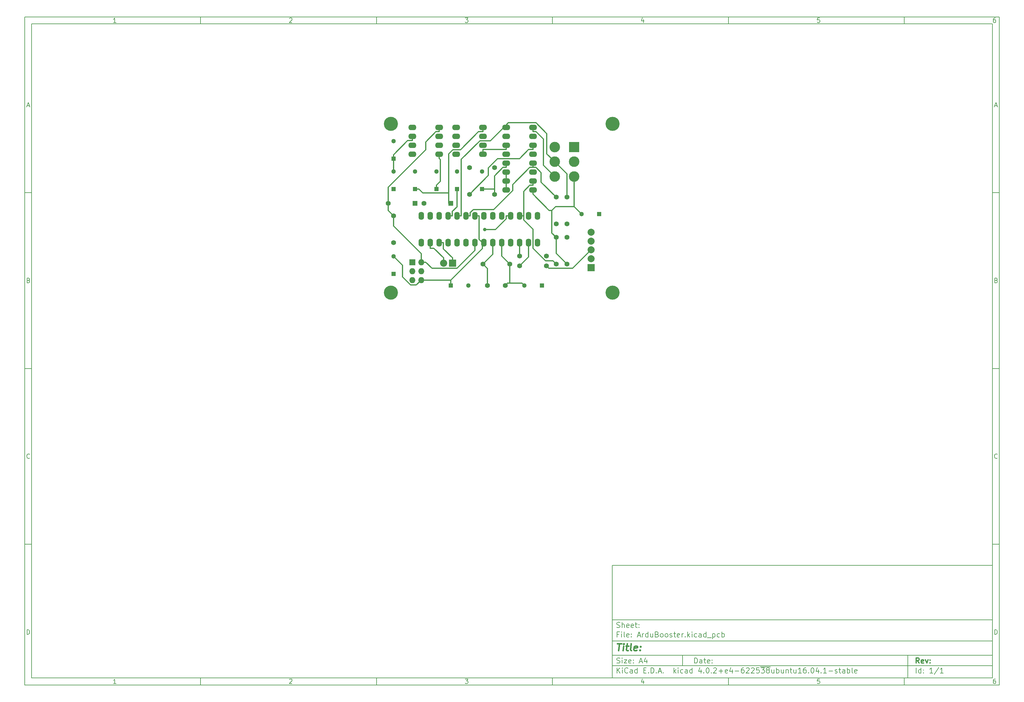
<source format=gbl>
G04 #@! TF.FileFunction,Copper,L2,Bot,Signal*
%FSLAX46Y46*%
G04 Gerber Fmt 4.6, Leading zero omitted, Abs format (unit mm)*
G04 Created by KiCad (PCBNEW 4.0.2+e4-6225~38~ubuntu16.04.1-stable) date Sex 26 Ago 2016 11:34:32 BRT*
%MOMM*%
G01*
G04 APERTURE LIST*
%ADD10C,0.100000*%
%ADD11C,0.150000*%
%ADD12C,0.300000*%
%ADD13C,0.400000*%
%ADD14C,4.000000*%
%ADD15O,2.300000X1.600000*%
%ADD16R,1.300000X1.300000*%
%ADD17C,1.300000*%
%ADD18R,1.397000X1.397000*%
%ADD19C,1.397000*%
%ADD20O,1.600000X2.300000*%
%ADD21R,1.727200X1.727200*%
%ADD22O,1.727200X1.727200*%
%ADD23R,2.032000X2.032000*%
%ADD24O,2.032000X2.032000*%
%ADD25R,2.000000X2.000000*%
%ADD26C,2.000000*%
%ADD27R,3.000000X3.000000*%
%ADD28C,3.000000*%
%ADD29C,1.422400*%
%ADD30C,1.000000*%
G04 APERTURE END LIST*
D10*
D11*
X177002200Y-166007200D02*
X177002200Y-198007200D01*
X285002200Y-198007200D01*
X285002200Y-166007200D01*
X177002200Y-166007200D01*
D10*
D11*
X10000000Y-10000000D02*
X10000000Y-200007200D01*
X287002200Y-200007200D01*
X287002200Y-10000000D01*
X10000000Y-10000000D01*
D10*
D11*
X12000000Y-12000000D02*
X12000000Y-198007200D01*
X285002200Y-198007200D01*
X285002200Y-12000000D01*
X12000000Y-12000000D01*
D10*
D11*
X60000000Y-12000000D02*
X60000000Y-10000000D01*
D10*
D11*
X110000000Y-12000000D02*
X110000000Y-10000000D01*
D10*
D11*
X160000000Y-12000000D02*
X160000000Y-10000000D01*
D10*
D11*
X210000000Y-12000000D02*
X210000000Y-10000000D01*
D10*
D11*
X260000000Y-12000000D02*
X260000000Y-10000000D01*
D10*
D11*
X35990476Y-11588095D02*
X35247619Y-11588095D01*
X35619048Y-11588095D02*
X35619048Y-10288095D01*
X35495238Y-10473810D01*
X35371429Y-10597619D01*
X35247619Y-10659524D01*
D10*
D11*
X85247619Y-10411905D02*
X85309524Y-10350000D01*
X85433333Y-10288095D01*
X85742857Y-10288095D01*
X85866667Y-10350000D01*
X85928571Y-10411905D01*
X85990476Y-10535714D01*
X85990476Y-10659524D01*
X85928571Y-10845238D01*
X85185714Y-11588095D01*
X85990476Y-11588095D01*
D10*
D11*
X135185714Y-10288095D02*
X135990476Y-10288095D01*
X135557143Y-10783333D01*
X135742857Y-10783333D01*
X135866667Y-10845238D01*
X135928571Y-10907143D01*
X135990476Y-11030952D01*
X135990476Y-11340476D01*
X135928571Y-11464286D01*
X135866667Y-11526190D01*
X135742857Y-11588095D01*
X135371429Y-11588095D01*
X135247619Y-11526190D01*
X135185714Y-11464286D01*
D10*
D11*
X185866667Y-10721429D02*
X185866667Y-11588095D01*
X185557143Y-10226190D02*
X185247619Y-11154762D01*
X186052381Y-11154762D01*
D10*
D11*
X235928571Y-10288095D02*
X235309524Y-10288095D01*
X235247619Y-10907143D01*
X235309524Y-10845238D01*
X235433333Y-10783333D01*
X235742857Y-10783333D01*
X235866667Y-10845238D01*
X235928571Y-10907143D01*
X235990476Y-11030952D01*
X235990476Y-11340476D01*
X235928571Y-11464286D01*
X235866667Y-11526190D01*
X235742857Y-11588095D01*
X235433333Y-11588095D01*
X235309524Y-11526190D01*
X235247619Y-11464286D01*
D10*
D11*
X285866667Y-10288095D02*
X285619048Y-10288095D01*
X285495238Y-10350000D01*
X285433333Y-10411905D01*
X285309524Y-10597619D01*
X285247619Y-10845238D01*
X285247619Y-11340476D01*
X285309524Y-11464286D01*
X285371429Y-11526190D01*
X285495238Y-11588095D01*
X285742857Y-11588095D01*
X285866667Y-11526190D01*
X285928571Y-11464286D01*
X285990476Y-11340476D01*
X285990476Y-11030952D01*
X285928571Y-10907143D01*
X285866667Y-10845238D01*
X285742857Y-10783333D01*
X285495238Y-10783333D01*
X285371429Y-10845238D01*
X285309524Y-10907143D01*
X285247619Y-11030952D01*
D10*
D11*
X60000000Y-198007200D02*
X60000000Y-200007200D01*
D10*
D11*
X110000000Y-198007200D02*
X110000000Y-200007200D01*
D10*
D11*
X160000000Y-198007200D02*
X160000000Y-200007200D01*
D10*
D11*
X210000000Y-198007200D02*
X210000000Y-200007200D01*
D10*
D11*
X260000000Y-198007200D02*
X260000000Y-200007200D01*
D10*
D11*
X35990476Y-199595295D02*
X35247619Y-199595295D01*
X35619048Y-199595295D02*
X35619048Y-198295295D01*
X35495238Y-198481010D01*
X35371429Y-198604819D01*
X35247619Y-198666724D01*
D10*
D11*
X85247619Y-198419105D02*
X85309524Y-198357200D01*
X85433333Y-198295295D01*
X85742857Y-198295295D01*
X85866667Y-198357200D01*
X85928571Y-198419105D01*
X85990476Y-198542914D01*
X85990476Y-198666724D01*
X85928571Y-198852438D01*
X85185714Y-199595295D01*
X85990476Y-199595295D01*
D10*
D11*
X135185714Y-198295295D02*
X135990476Y-198295295D01*
X135557143Y-198790533D01*
X135742857Y-198790533D01*
X135866667Y-198852438D01*
X135928571Y-198914343D01*
X135990476Y-199038152D01*
X135990476Y-199347676D01*
X135928571Y-199471486D01*
X135866667Y-199533390D01*
X135742857Y-199595295D01*
X135371429Y-199595295D01*
X135247619Y-199533390D01*
X135185714Y-199471486D01*
D10*
D11*
X185866667Y-198728629D02*
X185866667Y-199595295D01*
X185557143Y-198233390D02*
X185247619Y-199161962D01*
X186052381Y-199161962D01*
D10*
D11*
X235928571Y-198295295D02*
X235309524Y-198295295D01*
X235247619Y-198914343D01*
X235309524Y-198852438D01*
X235433333Y-198790533D01*
X235742857Y-198790533D01*
X235866667Y-198852438D01*
X235928571Y-198914343D01*
X235990476Y-199038152D01*
X235990476Y-199347676D01*
X235928571Y-199471486D01*
X235866667Y-199533390D01*
X235742857Y-199595295D01*
X235433333Y-199595295D01*
X235309524Y-199533390D01*
X235247619Y-199471486D01*
D10*
D11*
X285866667Y-198295295D02*
X285619048Y-198295295D01*
X285495238Y-198357200D01*
X285433333Y-198419105D01*
X285309524Y-198604819D01*
X285247619Y-198852438D01*
X285247619Y-199347676D01*
X285309524Y-199471486D01*
X285371429Y-199533390D01*
X285495238Y-199595295D01*
X285742857Y-199595295D01*
X285866667Y-199533390D01*
X285928571Y-199471486D01*
X285990476Y-199347676D01*
X285990476Y-199038152D01*
X285928571Y-198914343D01*
X285866667Y-198852438D01*
X285742857Y-198790533D01*
X285495238Y-198790533D01*
X285371429Y-198852438D01*
X285309524Y-198914343D01*
X285247619Y-199038152D01*
D10*
D11*
X10000000Y-60000000D02*
X12000000Y-60000000D01*
D10*
D11*
X10000000Y-110000000D02*
X12000000Y-110000000D01*
D10*
D11*
X10000000Y-160000000D02*
X12000000Y-160000000D01*
D10*
D11*
X10690476Y-35216667D02*
X11309524Y-35216667D01*
X10566667Y-35588095D02*
X11000000Y-34288095D01*
X11433333Y-35588095D01*
D10*
D11*
X11092857Y-84907143D02*
X11278571Y-84969048D01*
X11340476Y-85030952D01*
X11402381Y-85154762D01*
X11402381Y-85340476D01*
X11340476Y-85464286D01*
X11278571Y-85526190D01*
X11154762Y-85588095D01*
X10659524Y-85588095D01*
X10659524Y-84288095D01*
X11092857Y-84288095D01*
X11216667Y-84350000D01*
X11278571Y-84411905D01*
X11340476Y-84535714D01*
X11340476Y-84659524D01*
X11278571Y-84783333D01*
X11216667Y-84845238D01*
X11092857Y-84907143D01*
X10659524Y-84907143D01*
D10*
D11*
X11402381Y-135464286D02*
X11340476Y-135526190D01*
X11154762Y-135588095D01*
X11030952Y-135588095D01*
X10845238Y-135526190D01*
X10721429Y-135402381D01*
X10659524Y-135278571D01*
X10597619Y-135030952D01*
X10597619Y-134845238D01*
X10659524Y-134597619D01*
X10721429Y-134473810D01*
X10845238Y-134350000D01*
X11030952Y-134288095D01*
X11154762Y-134288095D01*
X11340476Y-134350000D01*
X11402381Y-134411905D01*
D10*
D11*
X10659524Y-185588095D02*
X10659524Y-184288095D01*
X10969048Y-184288095D01*
X11154762Y-184350000D01*
X11278571Y-184473810D01*
X11340476Y-184597619D01*
X11402381Y-184845238D01*
X11402381Y-185030952D01*
X11340476Y-185278571D01*
X11278571Y-185402381D01*
X11154762Y-185526190D01*
X10969048Y-185588095D01*
X10659524Y-185588095D01*
D10*
D11*
X287002200Y-60000000D02*
X285002200Y-60000000D01*
D10*
D11*
X287002200Y-110000000D02*
X285002200Y-110000000D01*
D10*
D11*
X287002200Y-160000000D02*
X285002200Y-160000000D01*
D10*
D11*
X285692676Y-35216667D02*
X286311724Y-35216667D01*
X285568867Y-35588095D02*
X286002200Y-34288095D01*
X286435533Y-35588095D01*
D10*
D11*
X286095057Y-84907143D02*
X286280771Y-84969048D01*
X286342676Y-85030952D01*
X286404581Y-85154762D01*
X286404581Y-85340476D01*
X286342676Y-85464286D01*
X286280771Y-85526190D01*
X286156962Y-85588095D01*
X285661724Y-85588095D01*
X285661724Y-84288095D01*
X286095057Y-84288095D01*
X286218867Y-84350000D01*
X286280771Y-84411905D01*
X286342676Y-84535714D01*
X286342676Y-84659524D01*
X286280771Y-84783333D01*
X286218867Y-84845238D01*
X286095057Y-84907143D01*
X285661724Y-84907143D01*
D10*
D11*
X286404581Y-135464286D02*
X286342676Y-135526190D01*
X286156962Y-135588095D01*
X286033152Y-135588095D01*
X285847438Y-135526190D01*
X285723629Y-135402381D01*
X285661724Y-135278571D01*
X285599819Y-135030952D01*
X285599819Y-134845238D01*
X285661724Y-134597619D01*
X285723629Y-134473810D01*
X285847438Y-134350000D01*
X286033152Y-134288095D01*
X286156962Y-134288095D01*
X286342676Y-134350000D01*
X286404581Y-134411905D01*
D10*
D11*
X285661724Y-185588095D02*
X285661724Y-184288095D01*
X285971248Y-184288095D01*
X286156962Y-184350000D01*
X286280771Y-184473810D01*
X286342676Y-184597619D01*
X286404581Y-184845238D01*
X286404581Y-185030952D01*
X286342676Y-185278571D01*
X286280771Y-185402381D01*
X286156962Y-185526190D01*
X285971248Y-185588095D01*
X285661724Y-185588095D01*
D10*
D11*
X200359343Y-193785771D02*
X200359343Y-192285771D01*
X200716486Y-192285771D01*
X200930771Y-192357200D01*
X201073629Y-192500057D01*
X201145057Y-192642914D01*
X201216486Y-192928629D01*
X201216486Y-193142914D01*
X201145057Y-193428629D01*
X201073629Y-193571486D01*
X200930771Y-193714343D01*
X200716486Y-193785771D01*
X200359343Y-193785771D01*
X202502200Y-193785771D02*
X202502200Y-193000057D01*
X202430771Y-192857200D01*
X202287914Y-192785771D01*
X202002200Y-192785771D01*
X201859343Y-192857200D01*
X202502200Y-193714343D02*
X202359343Y-193785771D01*
X202002200Y-193785771D01*
X201859343Y-193714343D01*
X201787914Y-193571486D01*
X201787914Y-193428629D01*
X201859343Y-193285771D01*
X202002200Y-193214343D01*
X202359343Y-193214343D01*
X202502200Y-193142914D01*
X203002200Y-192785771D02*
X203573629Y-192785771D01*
X203216486Y-192285771D02*
X203216486Y-193571486D01*
X203287914Y-193714343D01*
X203430772Y-193785771D01*
X203573629Y-193785771D01*
X204645057Y-193714343D02*
X204502200Y-193785771D01*
X204216486Y-193785771D01*
X204073629Y-193714343D01*
X204002200Y-193571486D01*
X204002200Y-193000057D01*
X204073629Y-192857200D01*
X204216486Y-192785771D01*
X204502200Y-192785771D01*
X204645057Y-192857200D01*
X204716486Y-193000057D01*
X204716486Y-193142914D01*
X204002200Y-193285771D01*
X205359343Y-193642914D02*
X205430771Y-193714343D01*
X205359343Y-193785771D01*
X205287914Y-193714343D01*
X205359343Y-193642914D01*
X205359343Y-193785771D01*
X205359343Y-192857200D02*
X205430771Y-192928629D01*
X205359343Y-193000057D01*
X205287914Y-192928629D01*
X205359343Y-192857200D01*
X205359343Y-193000057D01*
D10*
D11*
X177002200Y-194507200D02*
X285002200Y-194507200D01*
D10*
D11*
X178359343Y-196585771D02*
X178359343Y-195085771D01*
X179216486Y-196585771D02*
X178573629Y-195728629D01*
X179216486Y-195085771D02*
X178359343Y-195942914D01*
X179859343Y-196585771D02*
X179859343Y-195585771D01*
X179859343Y-195085771D02*
X179787914Y-195157200D01*
X179859343Y-195228629D01*
X179930771Y-195157200D01*
X179859343Y-195085771D01*
X179859343Y-195228629D01*
X181430772Y-196442914D02*
X181359343Y-196514343D01*
X181145057Y-196585771D01*
X181002200Y-196585771D01*
X180787915Y-196514343D01*
X180645057Y-196371486D01*
X180573629Y-196228629D01*
X180502200Y-195942914D01*
X180502200Y-195728629D01*
X180573629Y-195442914D01*
X180645057Y-195300057D01*
X180787915Y-195157200D01*
X181002200Y-195085771D01*
X181145057Y-195085771D01*
X181359343Y-195157200D01*
X181430772Y-195228629D01*
X182716486Y-196585771D02*
X182716486Y-195800057D01*
X182645057Y-195657200D01*
X182502200Y-195585771D01*
X182216486Y-195585771D01*
X182073629Y-195657200D01*
X182716486Y-196514343D02*
X182573629Y-196585771D01*
X182216486Y-196585771D01*
X182073629Y-196514343D01*
X182002200Y-196371486D01*
X182002200Y-196228629D01*
X182073629Y-196085771D01*
X182216486Y-196014343D01*
X182573629Y-196014343D01*
X182716486Y-195942914D01*
X184073629Y-196585771D02*
X184073629Y-195085771D01*
X184073629Y-196514343D02*
X183930772Y-196585771D01*
X183645058Y-196585771D01*
X183502200Y-196514343D01*
X183430772Y-196442914D01*
X183359343Y-196300057D01*
X183359343Y-195871486D01*
X183430772Y-195728629D01*
X183502200Y-195657200D01*
X183645058Y-195585771D01*
X183930772Y-195585771D01*
X184073629Y-195657200D01*
X185930772Y-195800057D02*
X186430772Y-195800057D01*
X186645058Y-196585771D02*
X185930772Y-196585771D01*
X185930772Y-195085771D01*
X186645058Y-195085771D01*
X187287915Y-196442914D02*
X187359343Y-196514343D01*
X187287915Y-196585771D01*
X187216486Y-196514343D01*
X187287915Y-196442914D01*
X187287915Y-196585771D01*
X188002201Y-196585771D02*
X188002201Y-195085771D01*
X188359344Y-195085771D01*
X188573629Y-195157200D01*
X188716487Y-195300057D01*
X188787915Y-195442914D01*
X188859344Y-195728629D01*
X188859344Y-195942914D01*
X188787915Y-196228629D01*
X188716487Y-196371486D01*
X188573629Y-196514343D01*
X188359344Y-196585771D01*
X188002201Y-196585771D01*
X189502201Y-196442914D02*
X189573629Y-196514343D01*
X189502201Y-196585771D01*
X189430772Y-196514343D01*
X189502201Y-196442914D01*
X189502201Y-196585771D01*
X190145058Y-196157200D02*
X190859344Y-196157200D01*
X190002201Y-196585771D02*
X190502201Y-195085771D01*
X191002201Y-196585771D01*
X191502201Y-196442914D02*
X191573629Y-196514343D01*
X191502201Y-196585771D01*
X191430772Y-196514343D01*
X191502201Y-196442914D01*
X191502201Y-196585771D01*
X194502201Y-196585771D02*
X194502201Y-195085771D01*
X194645058Y-196014343D02*
X195073629Y-196585771D01*
X195073629Y-195585771D02*
X194502201Y-196157200D01*
X195716487Y-196585771D02*
X195716487Y-195585771D01*
X195716487Y-195085771D02*
X195645058Y-195157200D01*
X195716487Y-195228629D01*
X195787915Y-195157200D01*
X195716487Y-195085771D01*
X195716487Y-195228629D01*
X197073630Y-196514343D02*
X196930773Y-196585771D01*
X196645059Y-196585771D01*
X196502201Y-196514343D01*
X196430773Y-196442914D01*
X196359344Y-196300057D01*
X196359344Y-195871486D01*
X196430773Y-195728629D01*
X196502201Y-195657200D01*
X196645059Y-195585771D01*
X196930773Y-195585771D01*
X197073630Y-195657200D01*
X198359344Y-196585771D02*
X198359344Y-195800057D01*
X198287915Y-195657200D01*
X198145058Y-195585771D01*
X197859344Y-195585771D01*
X197716487Y-195657200D01*
X198359344Y-196514343D02*
X198216487Y-196585771D01*
X197859344Y-196585771D01*
X197716487Y-196514343D01*
X197645058Y-196371486D01*
X197645058Y-196228629D01*
X197716487Y-196085771D01*
X197859344Y-196014343D01*
X198216487Y-196014343D01*
X198359344Y-195942914D01*
X199716487Y-196585771D02*
X199716487Y-195085771D01*
X199716487Y-196514343D02*
X199573630Y-196585771D01*
X199287916Y-196585771D01*
X199145058Y-196514343D01*
X199073630Y-196442914D01*
X199002201Y-196300057D01*
X199002201Y-195871486D01*
X199073630Y-195728629D01*
X199145058Y-195657200D01*
X199287916Y-195585771D01*
X199573630Y-195585771D01*
X199716487Y-195657200D01*
X202216487Y-195585771D02*
X202216487Y-196585771D01*
X201859344Y-195014343D02*
X201502201Y-196085771D01*
X202430773Y-196085771D01*
X203002201Y-196442914D02*
X203073629Y-196514343D01*
X203002201Y-196585771D01*
X202930772Y-196514343D01*
X203002201Y-196442914D01*
X203002201Y-196585771D01*
X204002201Y-195085771D02*
X204145058Y-195085771D01*
X204287915Y-195157200D01*
X204359344Y-195228629D01*
X204430773Y-195371486D01*
X204502201Y-195657200D01*
X204502201Y-196014343D01*
X204430773Y-196300057D01*
X204359344Y-196442914D01*
X204287915Y-196514343D01*
X204145058Y-196585771D01*
X204002201Y-196585771D01*
X203859344Y-196514343D01*
X203787915Y-196442914D01*
X203716487Y-196300057D01*
X203645058Y-196014343D01*
X203645058Y-195657200D01*
X203716487Y-195371486D01*
X203787915Y-195228629D01*
X203859344Y-195157200D01*
X204002201Y-195085771D01*
X205145058Y-196442914D02*
X205216486Y-196514343D01*
X205145058Y-196585771D01*
X205073629Y-196514343D01*
X205145058Y-196442914D01*
X205145058Y-196585771D01*
X205787915Y-195228629D02*
X205859344Y-195157200D01*
X206002201Y-195085771D01*
X206359344Y-195085771D01*
X206502201Y-195157200D01*
X206573630Y-195228629D01*
X206645058Y-195371486D01*
X206645058Y-195514343D01*
X206573630Y-195728629D01*
X205716487Y-196585771D01*
X206645058Y-196585771D01*
X207287915Y-196014343D02*
X208430772Y-196014343D01*
X207859343Y-196585771D02*
X207859343Y-195442914D01*
X209716486Y-196514343D02*
X209573629Y-196585771D01*
X209287915Y-196585771D01*
X209145058Y-196514343D01*
X209073629Y-196371486D01*
X209073629Y-195800057D01*
X209145058Y-195657200D01*
X209287915Y-195585771D01*
X209573629Y-195585771D01*
X209716486Y-195657200D01*
X209787915Y-195800057D01*
X209787915Y-195942914D01*
X209073629Y-196085771D01*
X211073629Y-195585771D02*
X211073629Y-196585771D01*
X210716486Y-195014343D02*
X210359343Y-196085771D01*
X211287915Y-196085771D01*
X211859343Y-196014343D02*
X213002200Y-196014343D01*
X214359343Y-195085771D02*
X214073629Y-195085771D01*
X213930772Y-195157200D01*
X213859343Y-195228629D01*
X213716486Y-195442914D01*
X213645057Y-195728629D01*
X213645057Y-196300057D01*
X213716486Y-196442914D01*
X213787914Y-196514343D01*
X213930772Y-196585771D01*
X214216486Y-196585771D01*
X214359343Y-196514343D01*
X214430772Y-196442914D01*
X214502200Y-196300057D01*
X214502200Y-195942914D01*
X214430772Y-195800057D01*
X214359343Y-195728629D01*
X214216486Y-195657200D01*
X213930772Y-195657200D01*
X213787914Y-195728629D01*
X213716486Y-195800057D01*
X213645057Y-195942914D01*
X215073628Y-195228629D02*
X215145057Y-195157200D01*
X215287914Y-195085771D01*
X215645057Y-195085771D01*
X215787914Y-195157200D01*
X215859343Y-195228629D01*
X215930771Y-195371486D01*
X215930771Y-195514343D01*
X215859343Y-195728629D01*
X215002200Y-196585771D01*
X215930771Y-196585771D01*
X216502199Y-195228629D02*
X216573628Y-195157200D01*
X216716485Y-195085771D01*
X217073628Y-195085771D01*
X217216485Y-195157200D01*
X217287914Y-195228629D01*
X217359342Y-195371486D01*
X217359342Y-195514343D01*
X217287914Y-195728629D01*
X216430771Y-196585771D01*
X217359342Y-196585771D01*
X218716485Y-195085771D02*
X218002199Y-195085771D01*
X217930770Y-195800057D01*
X218002199Y-195728629D01*
X218145056Y-195657200D01*
X218502199Y-195657200D01*
X218645056Y-195728629D01*
X218716485Y-195800057D01*
X218787913Y-195942914D01*
X218787913Y-196300057D01*
X218716485Y-196442914D01*
X218645056Y-196514343D01*
X218502199Y-196585771D01*
X218145056Y-196585771D01*
X218002199Y-196514343D01*
X217930770Y-196442914D01*
X219287913Y-195085771D02*
X220216484Y-195085771D01*
X219716484Y-195657200D01*
X219930770Y-195657200D01*
X220073627Y-195728629D01*
X220145056Y-195800057D01*
X220216484Y-195942914D01*
X220216484Y-196300057D01*
X220145056Y-196442914D01*
X220073627Y-196514343D01*
X219930770Y-196585771D01*
X219502198Y-196585771D01*
X219359341Y-196514343D01*
X219287913Y-196442914D01*
X221073627Y-195728629D02*
X220930769Y-195657200D01*
X220859341Y-195585771D01*
X220787912Y-195442914D01*
X220787912Y-195371486D01*
X220859341Y-195228629D01*
X220930769Y-195157200D01*
X221073627Y-195085771D01*
X221359341Y-195085771D01*
X221502198Y-195157200D01*
X221573627Y-195228629D01*
X221645055Y-195371486D01*
X221645055Y-195442914D01*
X221573627Y-195585771D01*
X221502198Y-195657200D01*
X221359341Y-195728629D01*
X221073627Y-195728629D01*
X220930769Y-195800057D01*
X220859341Y-195871486D01*
X220787912Y-196014343D01*
X220787912Y-196300057D01*
X220859341Y-196442914D01*
X220930769Y-196514343D01*
X221073627Y-196585771D01*
X221359341Y-196585771D01*
X221502198Y-196514343D01*
X221573627Y-196442914D01*
X221645055Y-196300057D01*
X221645055Y-196014343D01*
X221573627Y-195871486D01*
X221502198Y-195800057D01*
X221359341Y-195728629D01*
X219073627Y-194827200D02*
X221930769Y-194827200D01*
X222930769Y-195585771D02*
X222930769Y-196585771D01*
X222287912Y-195585771D02*
X222287912Y-196371486D01*
X222359340Y-196514343D01*
X222502198Y-196585771D01*
X222716483Y-196585771D01*
X222859340Y-196514343D01*
X222930769Y-196442914D01*
X223645055Y-196585771D02*
X223645055Y-195085771D01*
X223645055Y-195657200D02*
X223787912Y-195585771D01*
X224073626Y-195585771D01*
X224216483Y-195657200D01*
X224287912Y-195728629D01*
X224359341Y-195871486D01*
X224359341Y-196300057D01*
X224287912Y-196442914D01*
X224216483Y-196514343D01*
X224073626Y-196585771D01*
X223787912Y-196585771D01*
X223645055Y-196514343D01*
X225645055Y-195585771D02*
X225645055Y-196585771D01*
X225002198Y-195585771D02*
X225002198Y-196371486D01*
X225073626Y-196514343D01*
X225216484Y-196585771D01*
X225430769Y-196585771D01*
X225573626Y-196514343D01*
X225645055Y-196442914D01*
X226359341Y-195585771D02*
X226359341Y-196585771D01*
X226359341Y-195728629D02*
X226430769Y-195657200D01*
X226573627Y-195585771D01*
X226787912Y-195585771D01*
X226930769Y-195657200D01*
X227002198Y-195800057D01*
X227002198Y-196585771D01*
X227502198Y-195585771D02*
X228073627Y-195585771D01*
X227716484Y-195085771D02*
X227716484Y-196371486D01*
X227787912Y-196514343D01*
X227930770Y-196585771D01*
X228073627Y-196585771D01*
X229216484Y-195585771D02*
X229216484Y-196585771D01*
X228573627Y-195585771D02*
X228573627Y-196371486D01*
X228645055Y-196514343D01*
X228787913Y-196585771D01*
X229002198Y-196585771D01*
X229145055Y-196514343D01*
X229216484Y-196442914D01*
X230716484Y-196585771D02*
X229859341Y-196585771D01*
X230287913Y-196585771D02*
X230287913Y-195085771D01*
X230145056Y-195300057D01*
X230002198Y-195442914D01*
X229859341Y-195514343D01*
X232002198Y-195085771D02*
X231716484Y-195085771D01*
X231573627Y-195157200D01*
X231502198Y-195228629D01*
X231359341Y-195442914D01*
X231287912Y-195728629D01*
X231287912Y-196300057D01*
X231359341Y-196442914D01*
X231430769Y-196514343D01*
X231573627Y-196585771D01*
X231859341Y-196585771D01*
X232002198Y-196514343D01*
X232073627Y-196442914D01*
X232145055Y-196300057D01*
X232145055Y-195942914D01*
X232073627Y-195800057D01*
X232002198Y-195728629D01*
X231859341Y-195657200D01*
X231573627Y-195657200D01*
X231430769Y-195728629D01*
X231359341Y-195800057D01*
X231287912Y-195942914D01*
X232787912Y-196442914D02*
X232859340Y-196514343D01*
X232787912Y-196585771D01*
X232716483Y-196514343D01*
X232787912Y-196442914D01*
X232787912Y-196585771D01*
X233787912Y-195085771D02*
X233930769Y-195085771D01*
X234073626Y-195157200D01*
X234145055Y-195228629D01*
X234216484Y-195371486D01*
X234287912Y-195657200D01*
X234287912Y-196014343D01*
X234216484Y-196300057D01*
X234145055Y-196442914D01*
X234073626Y-196514343D01*
X233930769Y-196585771D01*
X233787912Y-196585771D01*
X233645055Y-196514343D01*
X233573626Y-196442914D01*
X233502198Y-196300057D01*
X233430769Y-196014343D01*
X233430769Y-195657200D01*
X233502198Y-195371486D01*
X233573626Y-195228629D01*
X233645055Y-195157200D01*
X233787912Y-195085771D01*
X235573626Y-195585771D02*
X235573626Y-196585771D01*
X235216483Y-195014343D02*
X234859340Y-196085771D01*
X235787912Y-196085771D01*
X236359340Y-196442914D02*
X236430768Y-196514343D01*
X236359340Y-196585771D01*
X236287911Y-196514343D01*
X236359340Y-196442914D01*
X236359340Y-196585771D01*
X237859340Y-196585771D02*
X237002197Y-196585771D01*
X237430769Y-196585771D02*
X237430769Y-195085771D01*
X237287912Y-195300057D01*
X237145054Y-195442914D01*
X237002197Y-195514343D01*
X238502197Y-196014343D02*
X239645054Y-196014343D01*
X240287911Y-196514343D02*
X240430768Y-196585771D01*
X240716483Y-196585771D01*
X240859340Y-196514343D01*
X240930768Y-196371486D01*
X240930768Y-196300057D01*
X240859340Y-196157200D01*
X240716483Y-196085771D01*
X240502197Y-196085771D01*
X240359340Y-196014343D01*
X240287911Y-195871486D01*
X240287911Y-195800057D01*
X240359340Y-195657200D01*
X240502197Y-195585771D01*
X240716483Y-195585771D01*
X240859340Y-195657200D01*
X241359340Y-195585771D02*
X241930769Y-195585771D01*
X241573626Y-195085771D02*
X241573626Y-196371486D01*
X241645054Y-196514343D01*
X241787912Y-196585771D01*
X241930769Y-196585771D01*
X243073626Y-196585771D02*
X243073626Y-195800057D01*
X243002197Y-195657200D01*
X242859340Y-195585771D01*
X242573626Y-195585771D01*
X242430769Y-195657200D01*
X243073626Y-196514343D02*
X242930769Y-196585771D01*
X242573626Y-196585771D01*
X242430769Y-196514343D01*
X242359340Y-196371486D01*
X242359340Y-196228629D01*
X242430769Y-196085771D01*
X242573626Y-196014343D01*
X242930769Y-196014343D01*
X243073626Y-195942914D01*
X243787912Y-196585771D02*
X243787912Y-195085771D01*
X243787912Y-195657200D02*
X243930769Y-195585771D01*
X244216483Y-195585771D01*
X244359340Y-195657200D01*
X244430769Y-195728629D01*
X244502198Y-195871486D01*
X244502198Y-196300057D01*
X244430769Y-196442914D01*
X244359340Y-196514343D01*
X244216483Y-196585771D01*
X243930769Y-196585771D01*
X243787912Y-196514343D01*
X245359341Y-196585771D02*
X245216483Y-196514343D01*
X245145055Y-196371486D01*
X245145055Y-195085771D01*
X246502197Y-196514343D02*
X246359340Y-196585771D01*
X246073626Y-196585771D01*
X245930769Y-196514343D01*
X245859340Y-196371486D01*
X245859340Y-195800057D01*
X245930769Y-195657200D01*
X246073626Y-195585771D01*
X246359340Y-195585771D01*
X246502197Y-195657200D01*
X246573626Y-195800057D01*
X246573626Y-195942914D01*
X245859340Y-196085771D01*
D10*
D11*
X177002200Y-191507200D02*
X285002200Y-191507200D01*
D10*
D12*
X264216486Y-193785771D02*
X263716486Y-193071486D01*
X263359343Y-193785771D02*
X263359343Y-192285771D01*
X263930771Y-192285771D01*
X264073629Y-192357200D01*
X264145057Y-192428629D01*
X264216486Y-192571486D01*
X264216486Y-192785771D01*
X264145057Y-192928629D01*
X264073629Y-193000057D01*
X263930771Y-193071486D01*
X263359343Y-193071486D01*
X265430771Y-193714343D02*
X265287914Y-193785771D01*
X265002200Y-193785771D01*
X264859343Y-193714343D01*
X264787914Y-193571486D01*
X264787914Y-193000057D01*
X264859343Y-192857200D01*
X265002200Y-192785771D01*
X265287914Y-192785771D01*
X265430771Y-192857200D01*
X265502200Y-193000057D01*
X265502200Y-193142914D01*
X264787914Y-193285771D01*
X266002200Y-192785771D02*
X266359343Y-193785771D01*
X266716485Y-192785771D01*
X267287914Y-193642914D02*
X267359342Y-193714343D01*
X267287914Y-193785771D01*
X267216485Y-193714343D01*
X267287914Y-193642914D01*
X267287914Y-193785771D01*
X267287914Y-192857200D02*
X267359342Y-192928629D01*
X267287914Y-193000057D01*
X267216485Y-192928629D01*
X267287914Y-192857200D01*
X267287914Y-193000057D01*
D10*
D11*
X178287914Y-193714343D02*
X178502200Y-193785771D01*
X178859343Y-193785771D01*
X179002200Y-193714343D01*
X179073629Y-193642914D01*
X179145057Y-193500057D01*
X179145057Y-193357200D01*
X179073629Y-193214343D01*
X179002200Y-193142914D01*
X178859343Y-193071486D01*
X178573629Y-193000057D01*
X178430771Y-192928629D01*
X178359343Y-192857200D01*
X178287914Y-192714343D01*
X178287914Y-192571486D01*
X178359343Y-192428629D01*
X178430771Y-192357200D01*
X178573629Y-192285771D01*
X178930771Y-192285771D01*
X179145057Y-192357200D01*
X179787914Y-193785771D02*
X179787914Y-192785771D01*
X179787914Y-192285771D02*
X179716485Y-192357200D01*
X179787914Y-192428629D01*
X179859342Y-192357200D01*
X179787914Y-192285771D01*
X179787914Y-192428629D01*
X180359343Y-192785771D02*
X181145057Y-192785771D01*
X180359343Y-193785771D01*
X181145057Y-193785771D01*
X182287914Y-193714343D02*
X182145057Y-193785771D01*
X181859343Y-193785771D01*
X181716486Y-193714343D01*
X181645057Y-193571486D01*
X181645057Y-193000057D01*
X181716486Y-192857200D01*
X181859343Y-192785771D01*
X182145057Y-192785771D01*
X182287914Y-192857200D01*
X182359343Y-193000057D01*
X182359343Y-193142914D01*
X181645057Y-193285771D01*
X183002200Y-193642914D02*
X183073628Y-193714343D01*
X183002200Y-193785771D01*
X182930771Y-193714343D01*
X183002200Y-193642914D01*
X183002200Y-193785771D01*
X183002200Y-192857200D02*
X183073628Y-192928629D01*
X183002200Y-193000057D01*
X182930771Y-192928629D01*
X183002200Y-192857200D01*
X183002200Y-193000057D01*
X184787914Y-193357200D02*
X185502200Y-193357200D01*
X184645057Y-193785771D02*
X185145057Y-192285771D01*
X185645057Y-193785771D01*
X186787914Y-192785771D02*
X186787914Y-193785771D01*
X186430771Y-192214343D02*
X186073628Y-193285771D01*
X187002200Y-193285771D01*
D10*
D11*
X263359343Y-196585771D02*
X263359343Y-195085771D01*
X264716486Y-196585771D02*
X264716486Y-195085771D01*
X264716486Y-196514343D02*
X264573629Y-196585771D01*
X264287915Y-196585771D01*
X264145057Y-196514343D01*
X264073629Y-196442914D01*
X264002200Y-196300057D01*
X264002200Y-195871486D01*
X264073629Y-195728629D01*
X264145057Y-195657200D01*
X264287915Y-195585771D01*
X264573629Y-195585771D01*
X264716486Y-195657200D01*
X265430772Y-196442914D02*
X265502200Y-196514343D01*
X265430772Y-196585771D01*
X265359343Y-196514343D01*
X265430772Y-196442914D01*
X265430772Y-196585771D01*
X265430772Y-195657200D02*
X265502200Y-195728629D01*
X265430772Y-195800057D01*
X265359343Y-195728629D01*
X265430772Y-195657200D01*
X265430772Y-195800057D01*
X268073629Y-196585771D02*
X267216486Y-196585771D01*
X267645058Y-196585771D02*
X267645058Y-195085771D01*
X267502201Y-195300057D01*
X267359343Y-195442914D01*
X267216486Y-195514343D01*
X269787914Y-195014343D02*
X268502200Y-196942914D01*
X271073629Y-196585771D02*
X270216486Y-196585771D01*
X270645058Y-196585771D02*
X270645058Y-195085771D01*
X270502201Y-195300057D01*
X270359343Y-195442914D01*
X270216486Y-195514343D01*
D10*
D11*
X177002200Y-187507200D02*
X285002200Y-187507200D01*
D10*
D13*
X178454581Y-188211962D02*
X179597438Y-188211962D01*
X178776010Y-190211962D02*
X179026010Y-188211962D01*
X180014105Y-190211962D02*
X180180771Y-188878629D01*
X180264105Y-188211962D02*
X180156962Y-188307200D01*
X180240295Y-188402438D01*
X180347439Y-188307200D01*
X180264105Y-188211962D01*
X180240295Y-188402438D01*
X180847438Y-188878629D02*
X181609343Y-188878629D01*
X181216486Y-188211962D02*
X181002200Y-189926248D01*
X181073630Y-190116724D01*
X181252201Y-190211962D01*
X181442677Y-190211962D01*
X182395058Y-190211962D02*
X182216487Y-190116724D01*
X182145057Y-189926248D01*
X182359343Y-188211962D01*
X183930772Y-190116724D02*
X183728391Y-190211962D01*
X183347439Y-190211962D01*
X183168867Y-190116724D01*
X183097438Y-189926248D01*
X183192676Y-189164343D01*
X183311724Y-188973867D01*
X183514105Y-188878629D01*
X183895057Y-188878629D01*
X184073629Y-188973867D01*
X184145057Y-189164343D01*
X184121248Y-189354819D01*
X183145057Y-189545295D01*
X184895057Y-190021486D02*
X184978392Y-190116724D01*
X184871248Y-190211962D01*
X184787915Y-190116724D01*
X184895057Y-190021486D01*
X184871248Y-190211962D01*
X185026010Y-188973867D02*
X185109344Y-189069105D01*
X185002200Y-189164343D01*
X184918867Y-189069105D01*
X185026010Y-188973867D01*
X185002200Y-189164343D01*
D10*
D11*
X178859343Y-185600057D02*
X178359343Y-185600057D01*
X178359343Y-186385771D02*
X178359343Y-184885771D01*
X179073629Y-184885771D01*
X179645057Y-186385771D02*
X179645057Y-185385771D01*
X179645057Y-184885771D02*
X179573628Y-184957200D01*
X179645057Y-185028629D01*
X179716485Y-184957200D01*
X179645057Y-184885771D01*
X179645057Y-185028629D01*
X180573629Y-186385771D02*
X180430771Y-186314343D01*
X180359343Y-186171486D01*
X180359343Y-184885771D01*
X181716485Y-186314343D02*
X181573628Y-186385771D01*
X181287914Y-186385771D01*
X181145057Y-186314343D01*
X181073628Y-186171486D01*
X181073628Y-185600057D01*
X181145057Y-185457200D01*
X181287914Y-185385771D01*
X181573628Y-185385771D01*
X181716485Y-185457200D01*
X181787914Y-185600057D01*
X181787914Y-185742914D01*
X181073628Y-185885771D01*
X182430771Y-186242914D02*
X182502199Y-186314343D01*
X182430771Y-186385771D01*
X182359342Y-186314343D01*
X182430771Y-186242914D01*
X182430771Y-186385771D01*
X182430771Y-185457200D02*
X182502199Y-185528629D01*
X182430771Y-185600057D01*
X182359342Y-185528629D01*
X182430771Y-185457200D01*
X182430771Y-185600057D01*
X184216485Y-185957200D02*
X184930771Y-185957200D01*
X184073628Y-186385771D02*
X184573628Y-184885771D01*
X185073628Y-186385771D01*
X185573628Y-186385771D02*
X185573628Y-185385771D01*
X185573628Y-185671486D02*
X185645056Y-185528629D01*
X185716485Y-185457200D01*
X185859342Y-185385771D01*
X186002199Y-185385771D01*
X187145056Y-186385771D02*
X187145056Y-184885771D01*
X187145056Y-186314343D02*
X187002199Y-186385771D01*
X186716485Y-186385771D01*
X186573627Y-186314343D01*
X186502199Y-186242914D01*
X186430770Y-186100057D01*
X186430770Y-185671486D01*
X186502199Y-185528629D01*
X186573627Y-185457200D01*
X186716485Y-185385771D01*
X187002199Y-185385771D01*
X187145056Y-185457200D01*
X188502199Y-185385771D02*
X188502199Y-186385771D01*
X187859342Y-185385771D02*
X187859342Y-186171486D01*
X187930770Y-186314343D01*
X188073628Y-186385771D01*
X188287913Y-186385771D01*
X188430770Y-186314343D01*
X188502199Y-186242914D01*
X189716485Y-185600057D02*
X189930771Y-185671486D01*
X190002199Y-185742914D01*
X190073628Y-185885771D01*
X190073628Y-186100057D01*
X190002199Y-186242914D01*
X189930771Y-186314343D01*
X189787913Y-186385771D01*
X189216485Y-186385771D01*
X189216485Y-184885771D01*
X189716485Y-184885771D01*
X189859342Y-184957200D01*
X189930771Y-185028629D01*
X190002199Y-185171486D01*
X190002199Y-185314343D01*
X189930771Y-185457200D01*
X189859342Y-185528629D01*
X189716485Y-185600057D01*
X189216485Y-185600057D01*
X190930771Y-186385771D02*
X190787913Y-186314343D01*
X190716485Y-186242914D01*
X190645056Y-186100057D01*
X190645056Y-185671486D01*
X190716485Y-185528629D01*
X190787913Y-185457200D01*
X190930771Y-185385771D01*
X191145056Y-185385771D01*
X191287913Y-185457200D01*
X191359342Y-185528629D01*
X191430771Y-185671486D01*
X191430771Y-186100057D01*
X191359342Y-186242914D01*
X191287913Y-186314343D01*
X191145056Y-186385771D01*
X190930771Y-186385771D01*
X192287914Y-186385771D02*
X192145056Y-186314343D01*
X192073628Y-186242914D01*
X192002199Y-186100057D01*
X192002199Y-185671486D01*
X192073628Y-185528629D01*
X192145056Y-185457200D01*
X192287914Y-185385771D01*
X192502199Y-185385771D01*
X192645056Y-185457200D01*
X192716485Y-185528629D01*
X192787914Y-185671486D01*
X192787914Y-186100057D01*
X192716485Y-186242914D01*
X192645056Y-186314343D01*
X192502199Y-186385771D01*
X192287914Y-186385771D01*
X193359342Y-186314343D02*
X193502199Y-186385771D01*
X193787914Y-186385771D01*
X193930771Y-186314343D01*
X194002199Y-186171486D01*
X194002199Y-186100057D01*
X193930771Y-185957200D01*
X193787914Y-185885771D01*
X193573628Y-185885771D01*
X193430771Y-185814343D01*
X193359342Y-185671486D01*
X193359342Y-185600057D01*
X193430771Y-185457200D01*
X193573628Y-185385771D01*
X193787914Y-185385771D01*
X193930771Y-185457200D01*
X194430771Y-185385771D02*
X195002200Y-185385771D01*
X194645057Y-184885771D02*
X194645057Y-186171486D01*
X194716485Y-186314343D01*
X194859343Y-186385771D01*
X195002200Y-186385771D01*
X196073628Y-186314343D02*
X195930771Y-186385771D01*
X195645057Y-186385771D01*
X195502200Y-186314343D01*
X195430771Y-186171486D01*
X195430771Y-185600057D01*
X195502200Y-185457200D01*
X195645057Y-185385771D01*
X195930771Y-185385771D01*
X196073628Y-185457200D01*
X196145057Y-185600057D01*
X196145057Y-185742914D01*
X195430771Y-185885771D01*
X196787914Y-186385771D02*
X196787914Y-185385771D01*
X196787914Y-185671486D02*
X196859342Y-185528629D01*
X196930771Y-185457200D01*
X197073628Y-185385771D01*
X197216485Y-185385771D01*
X197716485Y-186242914D02*
X197787913Y-186314343D01*
X197716485Y-186385771D01*
X197645056Y-186314343D01*
X197716485Y-186242914D01*
X197716485Y-186385771D01*
X198430771Y-186385771D02*
X198430771Y-184885771D01*
X198573628Y-185814343D02*
X199002199Y-186385771D01*
X199002199Y-185385771D02*
X198430771Y-185957200D01*
X199645057Y-186385771D02*
X199645057Y-185385771D01*
X199645057Y-184885771D02*
X199573628Y-184957200D01*
X199645057Y-185028629D01*
X199716485Y-184957200D01*
X199645057Y-184885771D01*
X199645057Y-185028629D01*
X201002200Y-186314343D02*
X200859343Y-186385771D01*
X200573629Y-186385771D01*
X200430771Y-186314343D01*
X200359343Y-186242914D01*
X200287914Y-186100057D01*
X200287914Y-185671486D01*
X200359343Y-185528629D01*
X200430771Y-185457200D01*
X200573629Y-185385771D01*
X200859343Y-185385771D01*
X201002200Y-185457200D01*
X202287914Y-186385771D02*
X202287914Y-185600057D01*
X202216485Y-185457200D01*
X202073628Y-185385771D01*
X201787914Y-185385771D01*
X201645057Y-185457200D01*
X202287914Y-186314343D02*
X202145057Y-186385771D01*
X201787914Y-186385771D01*
X201645057Y-186314343D01*
X201573628Y-186171486D01*
X201573628Y-186028629D01*
X201645057Y-185885771D01*
X201787914Y-185814343D01*
X202145057Y-185814343D01*
X202287914Y-185742914D01*
X203645057Y-186385771D02*
X203645057Y-184885771D01*
X203645057Y-186314343D02*
X203502200Y-186385771D01*
X203216486Y-186385771D01*
X203073628Y-186314343D01*
X203002200Y-186242914D01*
X202930771Y-186100057D01*
X202930771Y-185671486D01*
X203002200Y-185528629D01*
X203073628Y-185457200D01*
X203216486Y-185385771D01*
X203502200Y-185385771D01*
X203645057Y-185457200D01*
X204002200Y-186528629D02*
X205145057Y-186528629D01*
X205502200Y-185385771D02*
X205502200Y-186885771D01*
X205502200Y-185457200D02*
X205645057Y-185385771D01*
X205930771Y-185385771D01*
X206073628Y-185457200D01*
X206145057Y-185528629D01*
X206216486Y-185671486D01*
X206216486Y-186100057D01*
X206145057Y-186242914D01*
X206073628Y-186314343D01*
X205930771Y-186385771D01*
X205645057Y-186385771D01*
X205502200Y-186314343D01*
X207502200Y-186314343D02*
X207359343Y-186385771D01*
X207073629Y-186385771D01*
X206930771Y-186314343D01*
X206859343Y-186242914D01*
X206787914Y-186100057D01*
X206787914Y-185671486D01*
X206859343Y-185528629D01*
X206930771Y-185457200D01*
X207073629Y-185385771D01*
X207359343Y-185385771D01*
X207502200Y-185457200D01*
X208145057Y-186385771D02*
X208145057Y-184885771D01*
X208145057Y-185457200D02*
X208287914Y-185385771D01*
X208573628Y-185385771D01*
X208716485Y-185457200D01*
X208787914Y-185528629D01*
X208859343Y-185671486D01*
X208859343Y-186100057D01*
X208787914Y-186242914D01*
X208716485Y-186314343D01*
X208573628Y-186385771D01*
X208287914Y-186385771D01*
X208145057Y-186314343D01*
D10*
D11*
X177002200Y-181507200D02*
X285002200Y-181507200D01*
D10*
D11*
X178287914Y-183614343D02*
X178502200Y-183685771D01*
X178859343Y-183685771D01*
X179002200Y-183614343D01*
X179073629Y-183542914D01*
X179145057Y-183400057D01*
X179145057Y-183257200D01*
X179073629Y-183114343D01*
X179002200Y-183042914D01*
X178859343Y-182971486D01*
X178573629Y-182900057D01*
X178430771Y-182828629D01*
X178359343Y-182757200D01*
X178287914Y-182614343D01*
X178287914Y-182471486D01*
X178359343Y-182328629D01*
X178430771Y-182257200D01*
X178573629Y-182185771D01*
X178930771Y-182185771D01*
X179145057Y-182257200D01*
X179787914Y-183685771D02*
X179787914Y-182185771D01*
X180430771Y-183685771D02*
X180430771Y-182900057D01*
X180359342Y-182757200D01*
X180216485Y-182685771D01*
X180002200Y-182685771D01*
X179859342Y-182757200D01*
X179787914Y-182828629D01*
X181716485Y-183614343D02*
X181573628Y-183685771D01*
X181287914Y-183685771D01*
X181145057Y-183614343D01*
X181073628Y-183471486D01*
X181073628Y-182900057D01*
X181145057Y-182757200D01*
X181287914Y-182685771D01*
X181573628Y-182685771D01*
X181716485Y-182757200D01*
X181787914Y-182900057D01*
X181787914Y-183042914D01*
X181073628Y-183185771D01*
X183002199Y-183614343D02*
X182859342Y-183685771D01*
X182573628Y-183685771D01*
X182430771Y-183614343D01*
X182359342Y-183471486D01*
X182359342Y-182900057D01*
X182430771Y-182757200D01*
X182573628Y-182685771D01*
X182859342Y-182685771D01*
X183002199Y-182757200D01*
X183073628Y-182900057D01*
X183073628Y-183042914D01*
X182359342Y-183185771D01*
X183502199Y-182685771D02*
X184073628Y-182685771D01*
X183716485Y-182185771D02*
X183716485Y-183471486D01*
X183787913Y-183614343D01*
X183930771Y-183685771D01*
X184073628Y-183685771D01*
X184573628Y-183542914D02*
X184645056Y-183614343D01*
X184573628Y-183685771D01*
X184502199Y-183614343D01*
X184573628Y-183542914D01*
X184573628Y-183685771D01*
X184573628Y-182757200D02*
X184645056Y-182828629D01*
X184573628Y-182900057D01*
X184502199Y-182828629D01*
X184573628Y-182757200D01*
X184573628Y-182900057D01*
D10*
D11*
X197002200Y-191507200D02*
X197002200Y-194507200D01*
D10*
D11*
X261002200Y-191507200D02*
X261002200Y-198007200D01*
D14*
X114046000Y-40386000D03*
X177038000Y-40386000D03*
X177038000Y-88392000D03*
X114046000Y-88392000D03*
D15*
X120142000Y-41402000D03*
X120142000Y-43942000D03*
X120142000Y-46482000D03*
X120142000Y-49022000D03*
X127762000Y-49022000D03*
X127762000Y-46482000D03*
X127762000Y-43942000D03*
X127762000Y-41402000D03*
D16*
X114808000Y-50292000D03*
D17*
X114808000Y-45292000D03*
D16*
X114808000Y-58928000D03*
D17*
X114808000Y-53928000D03*
D16*
X120904000Y-58928000D03*
D17*
X120904000Y-53928000D03*
D16*
X127000000Y-58928000D03*
D17*
X127000000Y-53928000D03*
D16*
X131064000Y-86360000D03*
D17*
X136064000Y-86360000D03*
D16*
X156972000Y-86360000D03*
D17*
X151972000Y-86360000D03*
D16*
X114808000Y-83058000D03*
D17*
X114808000Y-78058000D03*
D16*
X139954000Y-58928000D03*
D17*
X139954000Y-53928000D03*
D16*
X132842000Y-58928000D03*
D17*
X132842000Y-53928000D03*
D16*
X173228000Y-66040000D03*
D17*
X168228000Y-66040000D03*
D18*
X120904000Y-62992000D03*
D19*
X113284000Y-62992000D03*
D18*
X131064000Y-62992000D03*
D19*
X123444000Y-62992000D03*
D20*
X122682000Y-74168000D03*
X125222000Y-74168000D03*
X127762000Y-74168000D03*
X130302000Y-74168000D03*
X132842000Y-74168000D03*
X135382000Y-74168000D03*
X137922000Y-74168000D03*
X140462000Y-74168000D03*
X143002000Y-74168000D03*
X145542000Y-74168000D03*
X148082000Y-74168000D03*
X150622000Y-74168000D03*
X153162000Y-74168000D03*
X155702000Y-74168000D03*
X155702000Y-66548000D03*
X153162000Y-66548000D03*
X150622000Y-66548000D03*
X148082000Y-66548000D03*
X145542000Y-66548000D03*
X143002000Y-66548000D03*
X140462000Y-66548000D03*
X137922000Y-66548000D03*
X135382000Y-66548000D03*
X132842000Y-66548000D03*
X130302000Y-66548000D03*
X127762000Y-66548000D03*
X125222000Y-66548000D03*
X122682000Y-66548000D03*
D21*
X120142000Y-79756000D03*
D22*
X122682000Y-79756000D03*
X120142000Y-82296000D03*
X122682000Y-82296000D03*
X120142000Y-84836000D03*
X122682000Y-84836000D03*
D23*
X131572000Y-80010000D03*
D24*
X129032000Y-80010000D03*
D25*
X170942000Y-81280000D03*
D26*
X170942000Y-78763500D03*
X170942000Y-76263500D03*
X170942000Y-73763500D03*
X170942000Y-71263500D03*
D27*
X166116000Y-46990000D03*
D28*
X166116000Y-51190000D03*
X166116000Y-55390000D03*
X160616000Y-46990000D03*
X160616000Y-51190000D03*
X160616000Y-55390000D03*
D19*
X161036000Y-80264000D03*
X161036000Y-72644000D03*
X158242000Y-77978000D03*
X150622000Y-77978000D03*
X158242000Y-80772000D03*
X150622000Y-80772000D03*
X114808000Y-66548000D03*
X114808000Y-74168000D03*
X164084000Y-72644000D03*
X164084000Y-80264000D03*
X164084000Y-68834000D03*
X164084000Y-61214000D03*
X161036000Y-68834000D03*
X161036000Y-61214000D03*
X136398000Y-60452000D03*
X136398000Y-52832000D03*
X143510000Y-60452000D03*
X143510000Y-52832000D03*
D15*
X132588000Y-41402000D03*
X132588000Y-43942000D03*
X132588000Y-46482000D03*
X132588000Y-49022000D03*
X140208000Y-49022000D03*
X140208000Y-46482000D03*
X140208000Y-43942000D03*
X140208000Y-41402000D03*
X146812000Y-41402000D03*
X146812000Y-43942000D03*
X146812000Y-46482000D03*
X146812000Y-49022000D03*
X146812000Y-51562000D03*
X146812000Y-54102000D03*
X146812000Y-56642000D03*
X146812000Y-59182000D03*
X154432000Y-59182000D03*
X154432000Y-56642000D03*
X154432000Y-54102000D03*
X154432000Y-51562000D03*
X154432000Y-49022000D03*
X154432000Y-46482000D03*
X154432000Y-43942000D03*
X154432000Y-41402000D03*
D19*
X140208000Y-80264000D03*
X147828000Y-80264000D03*
D29*
X146558000Y-86360000D03*
X141478000Y-86360000D03*
D30*
X140776100Y-70454300D03*
D12*
X114808000Y-53928000D02*
X114808000Y-50292000D01*
X118807400Y-45192300D02*
X120142000Y-45192300D01*
X114808000Y-49191700D02*
X118807400Y-45192300D01*
X114808000Y-50292000D02*
X114808000Y-49191700D01*
X120142000Y-43942000D02*
X120142000Y-45192300D01*
X131064000Y-62992000D02*
X130489600Y-62992000D01*
X140208000Y-41402000D02*
X140208000Y-42652300D01*
X120904000Y-58928000D02*
X122004300Y-58928000D01*
X123144300Y-60068000D02*
X122004300Y-58928000D01*
X130489600Y-60068000D02*
X123144300Y-60068000D01*
X130489600Y-62992000D02*
X130489600Y-60068000D01*
X138957700Y-42652300D02*
X140208000Y-42652300D01*
X133858000Y-47752000D02*
X138957700Y-42652300D01*
X131709500Y-47752000D02*
X133858000Y-47752000D01*
X130489600Y-48971900D02*
X131709500Y-47752000D01*
X130489600Y-60068000D02*
X130489600Y-48971900D01*
X146812000Y-56642000D02*
X146812000Y-54102000D01*
X140462000Y-74168000D02*
X140038900Y-74168000D01*
X131064000Y-86360000D02*
X131064000Y-85259700D01*
X117368200Y-80618200D02*
X114808000Y-78058000D01*
X117368200Y-83921700D02*
X117368200Y-80618200D01*
X119678800Y-86232300D02*
X117368200Y-83921700D01*
X121285700Y-86232300D02*
X119678800Y-86232300D01*
X122682000Y-84836000D02*
X121285700Y-86232300D01*
X139172300Y-73301400D02*
X139172300Y-66548000D01*
X140038900Y-74168000D02*
X139172300Y-73301400D01*
X122682000Y-84836000D02*
X123995900Y-84836000D01*
X131064000Y-84836000D02*
X123995900Y-84836000D01*
X131064000Y-85259700D02*
X131064000Y-84836000D01*
X140038900Y-75861100D02*
X140038900Y-74168000D01*
X131064000Y-84836000D02*
X140038900Y-75861100D01*
X154432000Y-59182000D02*
X154432000Y-60432300D01*
X159023700Y-65024000D02*
X154432000Y-60432300D01*
X159838600Y-65024000D02*
X159023700Y-65024000D01*
X160934600Y-63928000D02*
X159838600Y-65024000D01*
X166116000Y-63928000D02*
X160934600Y-63928000D01*
X166116000Y-55390000D02*
X166116000Y-63928000D01*
X166116000Y-63928000D02*
X168228000Y-66040000D01*
X146812000Y-56642000D02*
X146812000Y-59182000D01*
X137922000Y-66548000D02*
X139172300Y-66548000D01*
X159838600Y-71446600D02*
X161036000Y-72644000D01*
X159838600Y-65024000D02*
X159838600Y-71446600D01*
X161036000Y-77216000D02*
X164084000Y-80264000D01*
X161036000Y-72644000D02*
X161036000Y-77216000D01*
X128100400Y-50610700D02*
X127762000Y-50272300D01*
X128100400Y-56727300D02*
X128100400Y-50610700D01*
X127000000Y-57827700D02*
X128100400Y-56727300D01*
X127000000Y-58928000D02*
X127000000Y-57827700D01*
X127762000Y-49022000D02*
X127762000Y-50272300D01*
X141478000Y-81534000D02*
X141478000Y-86360000D01*
X140208000Y-80264000D02*
X141478000Y-81534000D01*
X143002000Y-77470000D02*
X140208000Y-80264000D01*
X143002000Y-74168000D02*
X143002000Y-77470000D01*
X145542000Y-77978000D02*
X147828000Y-80264000D01*
X145542000Y-74168000D02*
X145542000Y-77978000D01*
X147828000Y-85725000D02*
X147828000Y-80264000D01*
X147193000Y-85725000D02*
X147828000Y-85725000D01*
X146558000Y-86360000D02*
X147193000Y-85725000D01*
X151337000Y-85725000D02*
X151972000Y-86360000D01*
X147828000Y-85725000D02*
X151337000Y-85725000D01*
X146812000Y-51562000D02*
X146812000Y-52812300D01*
X139954000Y-58928000D02*
X141054300Y-58928000D01*
X143510000Y-58928000D02*
X141054300Y-58928000D01*
X143510000Y-55254700D02*
X143510000Y-58928000D01*
X145952400Y-52812300D02*
X143510000Y-55254700D01*
X146812000Y-52812300D02*
X145952400Y-52812300D01*
X143510000Y-58928000D02*
X143510000Y-60452000D01*
X132842000Y-64008000D02*
X132842000Y-58928000D01*
X131552300Y-65297700D02*
X132842000Y-64008000D01*
X131552300Y-66548000D02*
X131552300Y-65297700D01*
X130302000Y-66548000D02*
X131552300Y-66548000D01*
X141798000Y-55052000D02*
X136398000Y-60452000D01*
X141798000Y-52916600D02*
X141798000Y-55052000D01*
X144422600Y-50292000D02*
X141798000Y-52916600D01*
X150622000Y-50292000D02*
X144422600Y-50292000D01*
X153181700Y-47732300D02*
X150622000Y-50292000D01*
X154432000Y-47732300D02*
X153181700Y-47732300D01*
X154432000Y-46482000D02*
X154432000Y-47732300D01*
X122682000Y-79756000D02*
X122682000Y-78442100D01*
X114808000Y-69439300D02*
X114808000Y-66548000D01*
X122682000Y-77313300D02*
X114808000Y-69439300D01*
X122682000Y-78442100D02*
X122682000Y-77313300D01*
X125724700Y-81484800D02*
X123995900Y-79756000D01*
X132836900Y-81484800D02*
X125724700Y-81484800D01*
X137922000Y-76399700D02*
X132836900Y-81484800D01*
X137922000Y-74168000D02*
X137922000Y-76399700D01*
X122682000Y-79756000D02*
X123995900Y-79756000D01*
X113284000Y-65024000D02*
X113284000Y-62992000D01*
X114808000Y-66548000D02*
X113284000Y-65024000D01*
X126893900Y-42652300D02*
X127762000Y-42652300D01*
X123952000Y-45594200D02*
X126893900Y-42652300D01*
X123952000Y-47810100D02*
X123952000Y-45594200D01*
X113284000Y-58478100D02*
X123952000Y-47810100D01*
X113284000Y-62992000D02*
X113284000Y-58478100D01*
X127762000Y-41402000D02*
X127762000Y-42652300D01*
X157390000Y-52164000D02*
X160616000Y-55390000D01*
X157390000Y-44750700D02*
X157390000Y-52164000D01*
X155291600Y-42652300D02*
X157390000Y-44750700D01*
X154432000Y-42652300D02*
X155291600Y-42652300D01*
X154432000Y-41402000D02*
X154432000Y-42652300D01*
X150622000Y-77978000D02*
X150622000Y-74168000D01*
X153162000Y-78232000D02*
X153162000Y-74168000D01*
X150622000Y-80772000D02*
X153162000Y-78232000D01*
X136632300Y-65679900D02*
X136632300Y-66548000D01*
X137497900Y-64814300D02*
X136632300Y-65679900D01*
X143321400Y-64814300D02*
X137497900Y-64814300D01*
X148730800Y-59404900D02*
X143321400Y-64814300D01*
X148730800Y-57653900D02*
X148730800Y-59404900D01*
X153572400Y-52812300D02*
X148730800Y-57653900D01*
X154432000Y-52812300D02*
X153572400Y-52812300D01*
X154432000Y-51562000D02*
X154432000Y-52812300D01*
X135382000Y-66548000D02*
X136632300Y-66548000D01*
X155301500Y-52812300D02*
X154432000Y-52812300D01*
X156789600Y-54300400D02*
X155301500Y-52812300D01*
X156789600Y-56967600D02*
X156789600Y-54300400D01*
X161036000Y-61214000D02*
X156789600Y-56967600D01*
X164084000Y-54658000D02*
X160616000Y-51190000D01*
X164084000Y-61214000D02*
X164084000Y-54658000D01*
X146812000Y-41402000D02*
X146812000Y-40776800D01*
X132842000Y-66548000D02*
X134092300Y-66548000D01*
X142376800Y-45212000D02*
X146812000Y-40776800D01*
X139354500Y-45212000D02*
X142376800Y-45212000D01*
X134092300Y-50474200D02*
X139354500Y-45212000D01*
X134092300Y-66548000D02*
X134092300Y-50474200D01*
X158366400Y-48940400D02*
X160616000Y-51190000D01*
X158366400Y-43168600D02*
X158366400Y-48940400D01*
X155308000Y-40110200D02*
X158366400Y-43168600D01*
X147478600Y-40110200D02*
X155308000Y-40110200D01*
X146812000Y-40776800D02*
X147478600Y-40110200D01*
X165760300Y-81445200D02*
X170942000Y-76263500D01*
X158915200Y-81445200D02*
X165760300Y-81445200D01*
X158242000Y-80772000D02*
X158915200Y-81445200D01*
X140247400Y-47732300D02*
X140208000Y-47771700D01*
X146812000Y-47732300D02*
X140247400Y-47732300D01*
X140208000Y-49022000D02*
X140208000Y-47771700D01*
X146812000Y-46482000D02*
X146812000Y-47732300D01*
X126256600Y-75768300D02*
X125222000Y-75768300D01*
X129032000Y-78543700D02*
X126256600Y-75768300D01*
X129032000Y-80010000D02*
X129032000Y-78543700D01*
X125222000Y-74168000D02*
X125222000Y-75768300D01*
X129012300Y-75984000D02*
X129012300Y-74168000D01*
X131572000Y-78543700D02*
X129012300Y-75984000D01*
X127762000Y-74168000D02*
X129012300Y-74168000D01*
X131572000Y-80010000D02*
X131572000Y-78543700D01*
X151872300Y-67798300D02*
X151872300Y-66548000D01*
X154432000Y-70358000D02*
X151872300Y-67798300D01*
X154432000Y-75819500D02*
X154432000Y-70358000D01*
X157987500Y-79375000D02*
X154432000Y-75819500D01*
X160147000Y-79375000D02*
X157987500Y-79375000D01*
X161036000Y-80264000D02*
X160147000Y-79375000D01*
X150622000Y-66548000D02*
X151872300Y-66548000D01*
X151872300Y-59592400D02*
X151872300Y-66548000D01*
X153572400Y-57892300D02*
X151872300Y-59592400D01*
X154432000Y-57892300D02*
X153572400Y-57892300D01*
X154432000Y-56642000D02*
X154432000Y-57892300D01*
X146831700Y-67416100D02*
X146831700Y-66548000D01*
X143793500Y-70454300D02*
X146831700Y-67416100D01*
X140776100Y-70454300D02*
X143793500Y-70454300D01*
X148082000Y-66548000D02*
X146831700Y-66548000D01*
M02*

</source>
